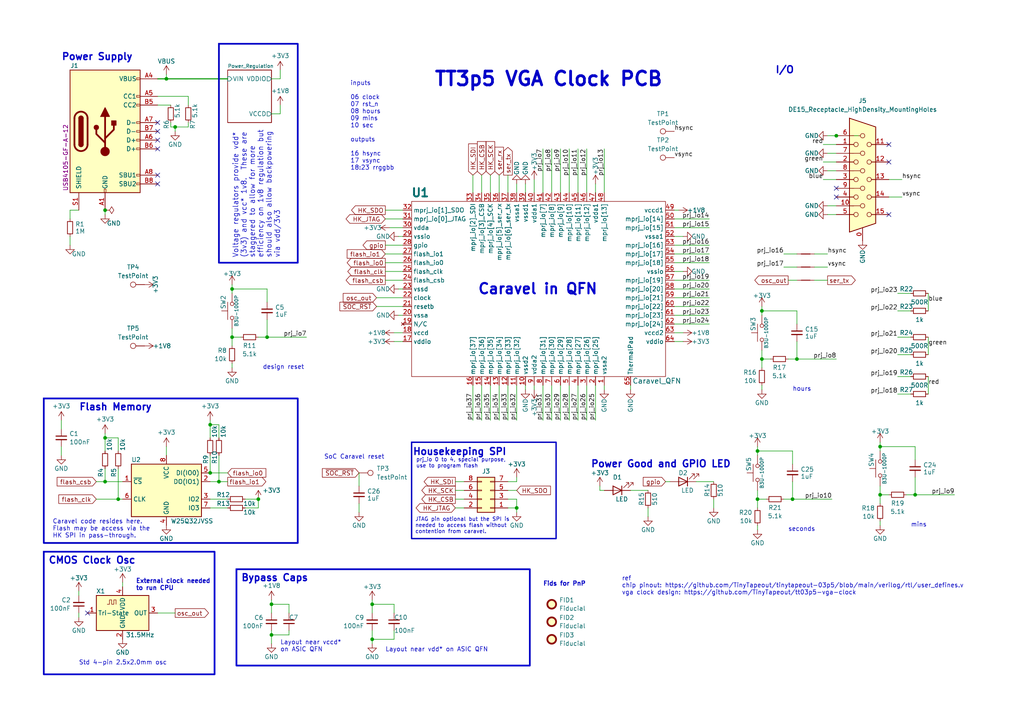
<source format=kicad_sch>
(kicad_sch (version 20230121) (generator eeschema)
  (paper "A4")
  (title_block (title "Caravel Minimum Viable PCB Example") (date "2023-10-27") (rev "1.2") (company "Psychogenic Technologies INC") (comment 1 "(C) 2023 Pat Deegan"))
  (junction (at 74.93 144.78))
  (junction (at 50.8 36.83))
  (junction (at 30.48 60.96))
  (junction (at 219.71 130.81))
  (junction (at 67.31 83.82))
  (junction (at 30.48 139.7))
  (junction (at 220.98 90.17))
  (junction (at 229.87 144.78))
  (junction (at 255.27 129.54))
  (junction (at 220.98 104.14))
  (junction (at 48.26 22.86))
  (junction (at 60.96 137.16))
  (junction (at 107.95 175.26))
  (junction (at 78.74 175.26))
  (junction (at 242.57 39.37))
  (junction (at 34.29 144.78))
  (junction (at 231.14 104.14))
  (junction (at 60.96 123.19))
  (junction (at 77.47 97.79))
  (junction (at 149.86 147.32))
  (junction (at 67.31 97.79))
  (junction (at 107.95 185.42))
  (junction (at 255.27 143.51))
  (junction (at 30.48 127))
  (junction (at 219.71 144.78))
  (junction (at 78.74 184.15))
  (junction (at 63.5 139.7))
  (junction (at 265.43 143.51))
  (no_connect (at 257.81 62.23))
  (no_connect (at 45.72 50.8))
  (no_connect (at 45.72 40.64))
  (no_connect (at 45.72 43.18))
  (no_connect (at 25.4 177.8))
  (no_connect (at 45.72 53.34))
  (no_connect (at 257.81 41.91))
  (no_connect (at 45.72 35.56))
  (no_connect (at 257.81 46.99))
  (no_connect (at 242.57 54.61))
  (no_connect (at 45.72 38.1))
  (no_connect (at 242.57 57.15))
  (wire (pts (xy 195.58 63.5) (xy 205.74 63.5)))
  (wire (pts (xy 195.58 81.28) (xy 205.74 81.28)))
  (wire (pts (xy 219.71 130.81) (xy 219.71 132.08)))
  (wire (pts (xy 260.35 90.17) (xy 264.16 90.17)))
  (wire (pts (xy 220.98 104.14) (xy 220.98 106.68)))
  (wire (pts (xy 220.98 104.14) (xy 223.52 104.14)))
  (wire (pts (xy 17.78 121.92) (xy 17.78 124.46)))
  (wire (pts (xy 160.02 111.76) (xy 160.02 121.92)))
  (wire (pts (xy 67.31 82.55) (xy 67.31 83.82)))
  (wire (pts (xy 162.56 43.18) (xy 162.56 55.88)))
  (wire (pts (xy 22.86 177.8) (xy 22.86 179.07)))
  (wire (pts (xy 167.64 111.76) (xy 167.64 121.92)))
  (wire (pts (xy 227.33 77.47) (xy 231.14 77.47)))
  (wire (pts (xy 260.35 109.22) (xy 264.16 109.22)))
  (wire (pts (xy 116.84 83.82) (xy 115.57 83.82)))
  (wire (pts (xy 182.88 113.03) (xy 182.88 111.76)))
  (wire (pts (xy 231.14 90.17) (xy 231.14 93.98)))
  (wire (pts (xy 219.71 152.4) (xy 219.71 153.67)))
  (wire (pts (xy 144.78 55.88) (xy 144.78 50.8)))
  (wire (pts (xy 240.03 62.23) (xy 242.57 62.23)))
  (wire (pts (xy 149.86 111.76) (xy 149.86 121.92)))
  (wire (pts (xy 83.82 182.88) (xy 83.82 184.15)))
  (wire (pts (xy 238.76 41.91) (xy 242.57 41.91)))
  (wire (pts (xy 255.27 129.54) (xy 255.27 130.81)))
  (wire (pts (xy 196.85 60.96) (xy 195.58 60.96)))
  (wire (pts (xy 227.33 144.78) (xy 229.87 144.78)))
  (wire (pts (xy 142.24 111.76) (xy 142.24 121.92)))
  (wire (pts (xy 255.27 128.27) (xy 255.27 129.54)))
  (wire (pts (xy 231.14 99.06) (xy 231.14 104.14)))
  (wire (pts (xy 195.58 83.82) (xy 205.74 83.82)))
  (wire (pts (xy 198.12 68.58) (xy 195.58 68.58)))
  (wire (pts (xy 170.18 43.18) (xy 170.18 55.88)))
  (wire (pts (xy 30.48 139.7) (xy 35.56 139.7)))
  (wire (pts (xy 132.08 139.7) (xy 134.62 139.7)))
  (wire (pts (xy 27.94 144.78) (xy 34.29 144.78)))
  (wire (pts (xy 107.95 182.88) (xy 107.95 185.42)))
  (wire (pts (xy 116.84 66.04) (xy 113.03 66.04)))
  (wire (pts (xy 116.84 88.9) (xy 109.22 88.9)))
  (wire (pts (xy 60.96 132.08) (xy 60.96 137.16)))
  (wire (pts (xy 137.16 55.88) (xy 137.16 50.8)))
  (wire (pts (xy 34.29 144.78) (xy 35.56 144.78)))
  (wire (pts (xy 269.24 85.09) (xy 269.24 90.17)))
  (wire (pts (xy 50.8 36.83) (xy 50.8 38.1)))
  (wire (pts (xy 132.08 144.78) (xy 134.62 144.78)))
  (wire (pts (xy 219.71 142.24) (xy 219.71 144.78)))
  (wire (pts (xy 242.57 39.37) (xy 248.92 39.37)))
  (wire (pts (xy 45.72 27.94) (xy 54.61 27.94)))
  (wire (pts (xy 34.29 130.81) (xy 34.29 127)))
  (wire (pts (xy 182.88 142.24) (xy 187.96 142.24)))
  (wire (pts (xy 45.72 30.48) (xy 49.53 30.48)))
  (wire (pts (xy 220.98 101.6) (xy 220.98 104.14)))
  (wire (pts (xy 229.87 144.78) (xy 241.3 144.78)))
  (wire (pts (xy 74.93 144.78) (xy 74.93 147.32)))
  (wire (pts (xy 67.31 83.82) (xy 77.47 83.82)))
  (wire (pts (xy 157.48 111.76) (xy 157.48 121.92)))
  (wire (pts (xy 195.58 88.9) (xy 205.74 88.9)))
  (wire (pts (xy 240.03 49.53) (xy 242.57 49.53)))
  (wire (pts (xy 77.47 97.79) (xy 88.9 97.79)))
  (wire (pts (xy 107.95 175.26) (xy 107.95 177.8)))
  (wire (pts (xy 114.3 175.26) (xy 114.3 177.8)))
  (wire (pts (xy 149.86 138.43) (xy 149.86 139.7)))
  (wire (pts (xy 265.43 138.43) (xy 265.43 143.51)))
  (wire (pts (xy 238.76 46.99) (xy 242.57 46.99)))
  (wire (pts (xy 132.08 147.32) (xy 134.62 147.32)))
  (wire (pts (xy 231.14 104.14) (xy 242.57 104.14)))
  (wire (pts (xy 30.48 135.89) (xy 30.48 139.7)))
  (wire (pts (xy 149.86 139.7) (xy 147.32 139.7)))
  (wire (pts (xy 116.84 81.28) (xy 111.76 81.28)))
  (wire (pts (xy 195.58 91.44) (xy 205.74 91.44)))
  (wire (pts (xy 265.43 129.54) (xy 265.43 133.35)))
  (wire (pts (xy 45.72 177.8) (xy 50.8 177.8)))
  (wire (pts (xy 114.3 182.88) (xy 114.3 185.42)))
  (wire (pts (xy 147.32 142.24) (xy 149.86 142.24)))
  (wire (pts (xy 116.84 91.44) (xy 115.57 91.44)))
  (wire (pts (xy 22.86 171.45) (xy 22.86 172.72)))
  (wire (pts (xy 22.86 60.96) (xy 20.32 60.96)))
  (wire (pts (xy 152.4 113.03) (xy 152.4 111.76)))
  (wire (pts (xy 116.84 73.66) (xy 111.76 73.66)))
  (wire (pts (xy 60.96 123.19) (xy 63.5 123.19)))
  (wire (pts (xy 142.24 55.88) (xy 142.24 50.8)))
  (wire (pts (xy 30.48 125.73) (xy 30.48 127)))
  (wire (pts (xy 78.74 184.15) (xy 83.82 184.15)))
  (wire (pts (xy 60.96 144.78) (xy 66.04 144.78)))
  (wire (pts (xy 147.32 55.88) (xy 147.32 50.8)))
  (wire (pts (xy 48.26 21.59) (xy 48.26 22.86)))
  (wire (pts (xy 228.6 104.14) (xy 231.14 104.14)))
  (wire (pts (xy 269.24 97.79) (xy 269.24 102.87)))
  (wire (pts (xy 162.56 111.76) (xy 162.56 121.92)))
  (wire (pts (xy 116.84 71.12) (xy 111.76 71.12)))
  (wire (pts (xy 83.82 175.26) (xy 83.82 177.8)))
  (wire (pts (xy 195.58 93.98) (xy 205.74 93.98)))
  (wire (pts (xy 81.28 33.02) (xy 78.74 33.02)))
  (wire (pts (xy 60.96 147.32) (xy 66.04 147.32)))
  (wire (pts (xy 173.99 140.97) (xy 173.99 142.24)))
  (wire (pts (xy 17.78 129.54) (xy 17.78 132.08)))
  (wire (pts (xy 78.74 175.26) (xy 78.74 177.8)))
  (wire (pts (xy 63.5 132.08) (xy 63.5 139.7)))
  (wire (pts (xy 78.74 182.88) (xy 78.74 184.15)))
  (wire (pts (xy 147.32 147.32) (xy 149.86 147.32)))
  (wire (pts (xy 152.4 55.88) (xy 152.4 53.34)))
  (wire (pts (xy 240.03 59.69) (xy 242.57 59.69)))
  (wire (pts (xy 30.48 60.96) (xy 30.48 62.23)))
  (wire (pts (xy 160.02 43.18) (xy 160.02 55.88)))
  (wire (pts (xy 255.27 151.13) (xy 255.27 152.4)))
  (wire (pts (xy 257.81 52.07) (xy 261.62 52.07)))
  (wire (pts (xy 255.27 143.51) (xy 255.27 146.05)))
  (wire (pts (xy 201.93 139.7) (xy 207.01 139.7)))
  (wire (pts (xy 198.12 99.06) (xy 195.58 99.06)))
  (wire (pts (xy 81.28 20.32) (xy 81.28 22.86)))
  (wire (pts (xy 74.93 147.32) (xy 71.12 147.32)))
  (wire (pts (xy 260.35 114.3) (xy 264.16 114.3)))
  (wire (pts (xy 45.72 22.86) (xy 48.26 22.86)) (stroke (width 0.3)))
  (wire (pts (xy 107.95 173.99) (xy 107.95 175.26)))
  (wire (pts (xy 132.08 142.24) (xy 134.62 142.24)))
  (wire (pts (xy 116.84 96.52) (xy 114.3 96.52)))
  (wire (pts (xy 165.1 111.76) (xy 165.1 121.92)))
  (wire (pts (xy 228.6 81.28) (xy 231.14 81.28)))
  (wire (pts (xy 63.5 123.19) (xy 63.5 127)))
  (wire (pts (xy 60.96 123.19) (xy 60.96 127)))
  (wire (pts (xy 81.28 30.48) (xy 81.28 33.02)))
  (wire (pts (xy 173.99 142.24) (xy 175.26 142.24)))
  (wire (pts (xy 60.96 121.92) (xy 60.96 123.19)))
  (wire (pts (xy 20.32 60.96) (xy 20.32 63.5)))
  (wire (pts (xy 195.58 76.2) (xy 205.74 76.2)))
  (wire (pts (xy 67.31 83.82) (xy 67.31 85.09)))
  (wire (pts (xy 147.32 144.78) (xy 149.86 144.78)))
  (wire (pts (xy 257.81 57.15) (xy 261.62 57.15)))
  (wire (pts (xy 50.8 36.83) (xy 54.61 36.83)))
  (wire (pts (xy 30.48 127) (xy 30.48 130.81)))
  (wire (pts (xy 255.27 143.51) (xy 257.81 143.51)))
  (wire (pts (xy 260.35 85.09) (xy 264.16 85.09)))
  (wire (pts (xy 34.29 135.89) (xy 34.29 144.78)))
  (wire (pts (xy 157.48 43.18) (xy 157.48 55.88)))
  (wire (pts (xy 195.58 66.04) (xy 205.74 66.04)))
  (wire (pts (xy 236.22 81.28) (xy 240.03 81.28)))
  (wire (pts (xy 219.71 129.54) (xy 219.71 130.81)))
  (wire (pts (xy 116.84 68.58) (xy 115.57 68.58)))
  (wire (pts (xy 49.53 35.56) (xy 49.53 36.83)))
  (wire (pts (xy 220.98 111.76) (xy 220.98 113.03)))
  (wire (pts (xy 195.58 71.12) (xy 205.74 71.12)))
  (wire (pts (xy 220.98 90.17) (xy 220.98 91.44)))
  (wire (pts (xy 81.28 22.86) (xy 78.74 22.86)))
  (wire (pts (xy 139.7 111.76) (xy 139.7 121.92)))
  (wire (pts (xy 255.27 129.54) (xy 265.43 129.54)))
  (wire (pts (xy 20.32 68.58) (xy 20.32 71.12)))
  (wire (pts (xy 48.26 22.86) (xy 66.04 22.86)) (stroke (width 0.3)))
  (wire (pts (xy 260.35 102.87) (xy 264.16 102.87)))
  (wire (pts (xy 207.01 144.78) (xy 207.01 147.32)))
  (wire (pts (xy 104.14 137.16) (xy 104.14 140.97)))
  (wire (pts (xy 116.84 76.2) (xy 111.76 76.2)))
  (wire (pts (xy 219.71 144.78) (xy 219.71 147.32)))
  (wire (pts (xy 149.86 55.88) (xy 149.86 53.34)))
  (wire (pts (xy 220.98 88.9) (xy 220.98 90.17)))
  (wire (pts (xy 107.95 185.42) (xy 107.95 186.69)))
  (wire (pts (xy 175.26 43.18) (xy 175.26 55.88)))
  (wire (pts (xy 137.16 111.76) (xy 137.16 121.92)))
  (wire (pts (xy 35.56 168.91) (xy 35.56 170.18)))
  (wire (pts (xy 172.72 55.88) (xy 172.72 53.34)))
  (wire (pts (xy 54.61 35.56) (xy 54.61 36.83)))
  (wire (pts (xy 116.84 99.06) (xy 114.3 99.06)))
  (wire (pts (xy 30.48 127) (xy 34.29 127)))
  (wire (pts (xy 236.22 73.66) (xy 240.03 73.66)))
  (wire (pts (xy 195.58 73.66) (xy 205.74 73.66)))
  (wire (pts (xy 48.26 129.54) (xy 48.26 132.08)))
  (wire (pts (xy 238.76 52.07) (xy 242.57 52.07)))
  (wire (pts (xy 149.86 147.32) (xy 149.86 148.59)))
  (wire (pts (xy 229.87 130.81) (xy 229.87 134.62)))
  (wire (pts (xy 154.94 55.88) (xy 154.94 52.07)))
  (wire (pts (xy 195.58 86.36) (xy 205.74 86.36)))
  (wire (pts (xy 78.74 173.99) (xy 78.74 175.26)))
  (wire (pts (xy 67.31 95.25) (xy 67.31 97.79)))
  (wire (pts (xy 198.12 96.52) (xy 195.58 96.52)))
  (wire (pts (xy 262.89 143.51) (xy 265.43 143.51)))
  (wire (pts (xy 114.3 185.42) (xy 107.95 185.42)))
  (wire (pts (xy 63.5 139.7) (xy 66.04 139.7)))
  (wire (pts (xy 77.47 92.71) (xy 77.47 97.79)))
  (wire (pts (xy 198.12 78.74) (xy 195.58 78.74)))
  (wire (pts (xy 220.98 90.17) (xy 231.14 90.17)))
  (wire (pts (xy 240.03 39.37) (xy 242.57 39.37)))
  (wire (pts (xy 54.61 27.94) (xy 54.61 30.48)))
  (wire (pts (xy 116.84 78.74) (xy 111.76 78.74)))
  (wire (pts (xy 74.93 97.79) (xy 77.47 97.79)))
  (wire (pts (xy 50.8 36.83) (xy 49.53 36.83)))
  (wire (pts (xy 67.31 105.41) (xy 67.31 106.68)))
  (wire (pts (xy 187.96 147.32) (xy 187.96 149.86)))
  (wire (pts (xy 116.84 86.36) (xy 109.22 86.36)))
  (wire (pts (xy 60.96 139.7) (xy 63.5 139.7)))
  (wire (pts (xy 260.35 97.79) (xy 264.16 97.79)))
  (wire (pts (xy 170.18 111.76) (xy 170.18 121.92)))
  (wire (pts (xy 154.94 113.03) (xy 154.94 111.76)))
  (wire (pts (xy 116.84 60.96) (xy 111.76 60.96)))
  (wire (pts (xy 175.26 113.03) (xy 175.26 111.76)))
  (wire (pts (xy 219.71 144.78) (xy 222.25 144.78)))
  (wire (pts (xy 104.14 146.05) (xy 104.14 148.59)))
  (wire (pts (xy 107.95 175.26) (xy 114.3 175.26)))
  (wire (pts (xy 265.43 143.51) (xy 276.86 143.51)))
  (wire (pts (xy 67.31 97.79) (xy 69.85 97.79)))
  (wire (pts (xy 193.04 139.7) (xy 194.31 139.7)))
  (wire (pts (xy 269.24 109.22) (xy 269.24 114.3)))
  (wire (pts (xy 139.7 55.88) (xy 139.7 50.8)))
  (wire (pts (xy 67.31 97.79) (xy 67.31 100.33)))
  (wire (pts (xy 167.64 43.18) (xy 167.64 55.88)))
  (wire (pts (xy 255.27 140.97) (xy 255.27 143.51)))
  (wire (pts (xy 172.72 111.76) (xy 172.72 121.92)))
  (wire (pts (xy 149.86 144.78) (xy 149.86 147.32)))
  (wire (pts (xy 60.96 137.16) (xy 66.04 137.16)))
  (wire (pts (xy 147.32 111.76) (xy 147.32 121.92)))
  (wire (pts (xy 144.78 111.76) (xy 144.78 121.92)))
  (wire (pts (xy 71.12 144.78) (xy 74.93 144.78)))
  (wire (pts (xy 165.1 43.18) (xy 165.1 55.88)))
  (wire (pts (xy 227.33 73.66) (xy 231.14 73.66)))
  (wire (pts (xy 240.03 44.45) (xy 242.57 44.45)))
  (wire (pts (xy 116.84 63.5) (xy 111.76 63.5)))
  (wire (pts (xy 78.74 175.26) (xy 83.82 175.26)))
  (wire (pts (xy 219.71 130.81) (xy 229.87 130.81)))
  (wire (pts (xy 229.87 139.7) (xy 229.87 144.78)))
  (wire (pts (xy 78.74 184.15) (xy 78.74 186.69)))
  (wire (pts (xy 236.22 77.47) (xy 240.03 77.47)))
  (wire (pts (xy 77.47 83.82) (xy 77.47 87.63)))
  (wire (pts (xy 27.94 139.7) (xy 30.48 139.7)))
  (rectangle (start 63.5 12.7) (end 86.36 76.2) (stroke (width 0.5)))
  (rectangle (start 12.7 115.57) (end 86.36 157.48) (stroke (width 0.5)))
  (rectangle (start 68.58 165.1) (end 153.67 193.04) (stroke (width 0.5)))
  (rectangle (start 12.7 160.02) (end 62.23 195.58) (stroke (width 0.5)))
  (rectangle (start 119.38 128.27) (end 161.29 156.21) (stroke (width 0.4)))
  (text "ref \nchip pinout: https://github.com/TinyTapeout/tinytapeout-03p5/blob/main/verilog/rtl/user_defines.v\nvga clock design: https://github.com/TinyTapeout/tt03p5-vga-clock" (at 180.34 172.72 0) (effects (font (size 1.27 1.27)) (justify left bottom)))
  (text "Caravel in QFN" (at 138.43 85.725 0) (effects (font (size 3 3) bold) (justify left bottom)))
  (text "CMOS Clock Osc" (at 13.97 163.83 0) (effects (font (size 2 2) (thickness 0.4) bold) (justify left bottom)))
  (text "Voltage regulators provide vdd* \n(3v3) and vcc* 1v8.  These are \nstaggered to allow for more \nefficiency on 1v8 regulation but \nshould also allow backpowering \nvia vdd/3v3" (at 81.28 74.93 90) (effects (font (size 1.5 1.5)) (justify left bottom)))
  (text "design reset" (at 76.2 107.315 0) (effects (font (size 1.27 1.27)) (justify left bottom)))
  (text "Power Supply" (at 17.78 17.78 0) (effects (font (size 2 2) (thickness 0.4) bold) (justify left bottom)))
  (text "hours" (at 229.87 113.665 0) (effects (font (size 1.27 1.27)) (justify left bottom)))
  (text "Fids for PnP" (at 157.48 170.18 0) (effects (font (size 1.27 1.27) bold) (justify left bottom)))
  (text "inputs\n\n06 clock \n07 rst_n\n08 hours\n09 mins\n10 sec\n\noutputs\n\n16 hsync\n17 vsync\n18:23 rrggbb\n" (at 101.6 49.53 0) (effects (font (size 1.27 1.27)) (justify left bottom)))
  (text "Layout near vdd* on ASIC QFN" (at 111.76 189.23 0) (effects (font (size 1.27 1.27)) (justify left bottom)))
  (text "I/O" (at 224.79 21.59 0) (effects (font (size 2 2) (thickness 0.4) bold) (justify left bottom)))
  (text "JTAG pin optional but the SPI is\nneeded to access flash without \ncontention from caravel." (at 120.396 154.94 0) (effects (font (size 1.1 1.1)) (justify left bottom)))
  (text "SoC Caravel reset" (at 93.98 133.35 0) (effects (font (size 1.27 1.27)) (justify left bottom)))
  (text "Power Good and GPIO LED" (at 212.09 135.89 0) (effects (font (size 2 2) (thickness 0.4) bold) (justify right bottom)))
  (text "prj_io 0 to 4, special purpose,\nuse to program flash" (at 120.65 135.89 0) (effects (font (size 1.1 1.1)) (justify left bottom)))
  (text "Caravel code resides here.  \nFlash may be access via the \nHK SPI in pass-through." (at 15.24 156.21 0) (effects (font (size 1.27 1.27)) (justify left bottom)))
  (text "Bypass Caps" (at 69.85 168.91 0) (effects (font (size 2 2) (thickness 0.4) bold) (justify left bottom)))
  (text "External clock needed\nto run CPU" (at 39.37 171.45 0) (effects (font (size 1.27 1.27) bold) (justify left bottom)))
  (text "Flash Memory" (at 22.86 119.38 0) (effects (font (size 2 2) (thickness 0.4) bold) (justify left bottom)))
  (text "mins" (at 264.16 153.035 0) (effects (font (size 1.27 1.27)) (justify left bottom)))
  (text "Std 4-pin 2.5x2.0mm osc" (at 22.86 193.04 0) (effects (font (size 1.27 1.27)) (justify left bottom)))
  (text "Housekeeping SPI" (at 119.634 132.334 0) (effects (font (size 2 2) (thickness 0.4) bold) (justify left bottom)))
  (text "seconds" (at 228.6 154.305 0) (effects (font (size 1.27 1.27)) (justify left bottom)))
  (text "Layout near vccd*\non ASIC QFN" (at 81.28 189.23 0) (effects (font (size 1.27 1.27)) (justify left bottom)))
  (text "TT3p5 VGA Clock PCB" (at 125.73 25.4 0) (effects (font (size 4 4) (thickness 0.8) bold) (justify left bottom)))
  (label "prj_io35" (at 142.24 121.92 90))
  (label "prj_io23" (at 205.74 91.44 180))
  (label "prj_io32" (at 149.86 121.92 90))
  (label "prj_io11" (at 167.64 43.18 270))
  (label "prj_io7" (at 157.48 43.18 270))
  (label "prj_io27" (at 167.64 121.92 90))
  (label "prj_io21" (at 260.35 97.79 180))
  (label "prj_io18" (at 260.35 114.3 180))
  (label "green" (at 269.24 100.33 0))
  (label "prj_io26" (at 170.18 121.92 90))
  (label "prj_io30" (at 160.02 121.92 90))
  (label "prj_io24" (at 205.74 93.98 180))
  (label "prj_io10" (at 165.1 43.18 270))
  (label "prj_io20" (at 260.35 102.87 180))
  (label "prj_io16" (at 227.33 73.66 180))
  (label "prj_io22" (at 260.35 90.17 180))
  (label "red" (at 269.24 111.76 0))
  (label "prj_io7" (at 88.9 97.79 180))
  (label "prj_io19" (at 260.35 109.22 180))
  (label "prj_io8" (at 160.02 43.18 270))
  (label "green" (at 238.76 46.99 180))
  (label "prj_io23" (at 260.35 85.09 180))
  (label "prj_io8" (at 242.57 104.14 180))
  (label "prj_io10" (at 241.3 144.78 180))
  (label "prj_io28" (at 165.1 121.92 90))
  (label "prj_io29" (at 162.56 121.92 90))
  (label "hsync" (at 195.58 38.1 0))
  (label "prj_io9" (at 162.56 43.18 270))
  (label "blue" (at 269.24 87.63 0))
  (label "red" (at 238.76 41.91 180))
  (label "prj_io33" (at 147.32 121.92 90))
  (label "prj_io15" (at 205.74 66.04 180))
  (label "prj_io17" (at 205.74 73.66 180))
  (label "hsync" (at 261.62 52.07 0))
  (label "prj_io17" (at 227.33 77.47 180))
  (label "hsync" (at 240.03 73.66 0))
  (label "prj_io9" (at 276.86 143.51 180))
  (label "prj_io34" (at 144.78 121.92 90))
  (label "prj_io21" (at 205.74 86.36 180))
  (label "prj_io36" (at 139.7 121.92 90))
  (label "prj_io16" (at 205.74 71.12 180))
  (label "prj_io37" (at 137.16 121.92 90))
  (label "prj_io19" (at 205.74 81.28 180))
  (label "prj_io31" (at 157.48 121.92 90))
  (label "blue" (at 238.76 52.07 180))
  (label "vsync" (at 195.58 45.72 0))
  (label "prj_io14" (at 205.74 63.5 180))
  (label "vsync" (at 240.03 77.47 0))
  (label "prj_io12" (at 170.18 43.18 270))
  (label "vsync" (at 261.62 57.15 0))
  (label "prj_io13" (at 175.26 43.18 270))
  (label "prj_io20" (at 205.74 83.82 180))
  (label "prj_io22" (at 205.74 88.9 180))
  (label "prj_io25" (at 172.72 121.92 90))
  (label "prj_io18" (at 205.74 76.2 180))
  (global_label "HK_SCK" (shape input) (at 142.24 50.8 90) (property "Intersheetrefs" "${INTERSHEET_REFS}" (effects hide)))
  (global_label "flash_io1" (shape output) (at 66.04 139.7 0) (property "Intersheetrefs" "${INTERSHEET_REFS}" (effects hide)))
  (global_label "ser_tx" (shape output) (at 147.32 50.8 90) (property "Intersheetrefs" "${INTERSHEET_REFS}" (effects hide)))
  (global_label "HK_SCK" (shape output) (at 132.08 142.24 180) (property "Intersheetrefs" "${INTERSHEET_REFS}" (effects hide)))
  (global_label "HK_JTAG" (shape bidirectional) (at 132.08 147.32 180) (property "Intersheetrefs" "${INTERSHEET_REFS}" (effects hide)))
  (global_label "HK_SDI" (shape input) (at 137.16 50.8 90) (property "Intersheetrefs" "${INTERSHEET_REFS}" (effects hide)))
  (global_label "ser_tx" (shape output) (at 240.03 81.28 0) (property "Intersheetrefs" "${INTERSHEET_REFS}" (effects hide)))
  (global_label "osc_out" (shape output) (at 50.8 177.8 0) (property "Intersheetrefs" "${INTERSHEET_REFS}" (effects hide)))
  (global_label "flash_io1" (shape input) (at 111.76 73.66 180) (property "Intersheetrefs" "${INTERSHEET_REFS}" (effects hide)))
  (global_label "osc_out" (shape input) (at 109.22 86.36 180) (property "Intersheetrefs" "${INTERSHEET_REFS}" (effects hide)))
  (global_label "flash_clk" (shape output) (at 111.76 78.74 180) (property "Intersheetrefs" "${INTERSHEET_REFS}" (effects hide)))
  (global_label "flash_clk" (shape input) (at 27.94 144.78 180) (property "Intersheetrefs" "${INTERSHEET_REFS}" (effects hide)))
  (global_label "ser_rx" (shape input) (at 144.78 50.8 90) (property "Intersheetrefs" "${INTERSHEET_REFS}" (effects hide)))
  (global_label "~{SOC_RST}" (shape input) (at 104.14 137.16 180) (property "Intersheetrefs" "${INTERSHEET_REFS}" (effects hide)))
  (global_label "flash_io0" (shape input) (at 66.04 137.16 0) (property "Intersheetrefs" "${INTERSHEET_REFS}" (effects hide)))
  (global_label "HK_SDO" (shape input) (at 149.86 142.24 0) (property "Intersheetrefs" "${INTERSHEET_REFS}" (effects hide)))
  (global_label "flash_csb" (shape input) (at 27.94 139.7 180) (property "Intersheetrefs" "${INTERSHEET_REFS}" (effects hide)))
  (global_label "~{SOC_RST}" (shape input) (at 109.22 88.9 180) (property "Intersheetrefs" "${INTERSHEET_REFS}" (effects hide)))
  (global_label "gpio" (shape output) (at 111.76 71.12 180) (property "Intersheetrefs" "${INTERSHEET_REFS}" (effects hide)))
  (global_label "gpio" (shape input) (at 193.04 139.7 180) (property "Intersheetrefs" "${INTERSHEET_REFS}" (effects hide)))
  (global_label "flash_io0" (shape output) (at 111.76 76.2 180) (property "Intersheetrefs" "${INTERSHEET_REFS}" (effects hide)))
  (global_label "HK_CSB" (shape input) (at 139.7 50.8 90) (property "Intersheetrefs" "${INTERSHEET_REFS}" (effects hide)))
  (global_label "HK_SDI" (shape output) (at 132.08 139.7 180) (property "Intersheetrefs" "${INTERSHEET_REFS}" (effects hide)))
  (global_label "HK_CSB" (shape output) (at 132.08 144.78 180) (property "Intersheetrefs" "${INTERSHEET_REFS}" (effects hide)))
  (global_label "osc_out" (shape output) (at 228.6 81.28 180) (property "Intersheetrefs" "${INTERSHEET_REFS}" (effects hide)))
  (global_label "HK_JTAG" (shape bidirectional) (at 111.76 63.5 180) (property "Intersheetrefs" "${INTERSHEET_REFS}" (effects hide)))
  (global_label "flash_csb" (shape output) (at 111.76 81.28 180) (property "Intersheetrefs" "${INTERSHEET_REFS}" (effects hide)))
  (global_label "HK_SDO" (shape output) (at 111.76 60.96 180) (property "Intersheetrefs" "${INTERSHEET_REFS}" (effects hide)))
  (symbol (lib_id "Device:R_Small") (at 30.48 133.35 0) (mirror y) (unit 1)
    (property "Reference" "R4" (at 29.21 138.43 90) (effects (justify left)))
    (property "Value" "10k" (at 31.75 130.81 90) (effects (justify left)))
    (property "Footprint" "Resistor_SMD:R_0603_1608Metric" (effects hide))
  )
  (symbol (lib_id "Switch:SW_Push") (at 67.31 90.17 90) (unit 1)
    (property "Reference" "SW2" (at 64.77 87.63 0))
    (property "Value" "B3U-1000P" (at 68.58 90.17 0) (effects (font (size 1 1))))
    (property "Footprint" "Button_Switch_SMD:SW_SPST_B3U-1000P" (effects hide))
    (property "MPN" "B3U-1000P" (effects hide))
  )
  (symbol (lib_id "power:+3V3") (at 30.48 125.73 0) (unit 1)
    (property "Reference" "#PWR06" (effects hide))
    (property "Value" "+3V3" (at 30.48 121.5969 0))
  )
  (symbol (lib_id "Device:R_Small") (at 60.96 129.54 0) (mirror y) (unit 1)
    (property "Reference" "R9" (at 59.69 134.62 90) (effects (justify left)))
    (property "Value" "10k" (at 62.23 127 90) (effects (justify left)))
    (property "Footprint" "Resistor_SMD:R_0603_1608Metric" (effects hide))
  )
  (symbol (lib_id "power:GND") (at 220.98 113.03 0) (mirror y) (unit 1)
    (property "Reference" "#PWR052" (effects hide))
    (property "Value" "GND" (at 220.98 116.84 0))
  )
  (symbol (lib_name "GND_1") (lib_id "power:GND") (at 115.57 83.82 270) (mirror x) (unit 1)
    (property "Reference" "#PWR032" (effects hide))
    (property "Value" "GND" (at 111.125 83.82 90))
  )
  (symbol (lib_id "Device:C_Small") (at 265.43 135.89 0) (unit 1)
    (property "Reference" "C24" (at 267.7541 134.8723 0) (effects (justify left)))
    (property "Value" "1uF" (at 267.7541 136.9203 0) (effects (justify left)))
    (property "Footprint" "Capacitor_SMD:C_0603_1608Metric" (effects hide))
  )
  (symbol (lib_id "power:+3V3") (at 74.93 144.78 0) (unit 1)
    (property "Reference" "#PWR022" (effects hide))
    (property "Value" "+3V3" (at 78.74 142.24 0))
  )
  (symbol (lib_id "Switch:SW_Push") (at 219.71 137.16 90) (unit 1)
    (property "Reference" "SW5" (at 217.17 134.62 0))
    (property "Value" "B3U-1000P" (at 220.98 137.16 0) (effects (font (size 1 1))))
    (property "Footprint" "Button_Switch_SMD:SW_SPST_B3U-1000P" (effects hide))
    (property "MPN" "B3U-1000P" (effects hide))
  )
  (symbol (lib_id "Device:R_Small") (at 266.7 97.79 90) (unit 1)
    (property "Reference" "R24" (at 262.89 96.52 90))
    (property "Value" "500R" (at 266.7 100.33 90))
    (property "Footprint" "Resistor_SMD:R_0603_1608Metric" (effects hide))
  )
  (symbol (lib_id "power:+3V3") (at 22.86 171.45 0) (unit 1)
    (property "Reference" "#PWR014" (effects hide))
    (property "Value" "+3V3" (at 22.86 167.64 0))
  )
  (symbol (lib_id "power:GND") (at 17.78 132.08 0) (mirror y) (unit 1)
    (property "Reference" "#PWR02" (effects hide))
    (property "Value" "GND" (at 17.78 135.89 0))
  )
  (symbol (lib_id "power:+1V8") (at 81.28 30.48 0) (unit 1)
    (property "Reference" "#PWR026" (effects hide))
    (property "Value" "+1V8" (at 81.28 26.3469 0))
  )
  (symbol (lib_id "power:+3V3") (at 17.78 121.92 0) (unit 1)
    (property "Reference" "#PWR01" (effects hide))
    (property "Value" "+3V3" (at 17.78 117.7869 0))
  )
  (symbol (lib_id "power:+3V3") (at 173.99 140.97 0) (unit 1)
    (property "Reference" "#PWR081" (effects hide))
    (property "Value" "+3V3" (at 173.99 137.16 0))
  )
  (symbol (lib_id "power:GND") (at 67.31 106.68 0) (mirror y) (unit 1)
    (property "Reference" "#PWR020" (effects hide))
    (property "Value" "GND" (at 67.31 110.49 0))
  )
  (symbol (lib_id "Device:C_Small") (at 83.82 180.34 180) (unit 1)
    (property "Reference" "C7" (at 83.82 179.07 0) (effects (justify right)))
    (property "Value" "100nF" (effects hide))
    (property "Footprint" "Capacitor_SMD:C_0603_1608Metric" (effects hide))
  )
  (symbol (lib_id "power:GND") (at 104.14 148.59 0) (mirror y) (unit 1)
    (property "Reference" "#PWR059" (effects hide))
    (property "Value" "GND" (at 104.14 152.4 0))
  )
  (symbol (lib_name "GND_1") (lib_id "power:GND") (at 240.03 59.69 270) (mirror x) (unit 1)
    (property "Reference" "#PWR061" (effects hide))
    (property "Value" "GND" (at 237.49 59.69 90) (effects (justify right)))
  )
  (symbol (lib_id "power:+3V3") (at 149.86 138.43 0) (unit 1)
    (property "Reference" "#PWR043" (effects hide))
    (property "Value" "+3V3" (at 149.86 134.62 0))
  )
  (symbol (lib_id "power:GND") (at 22.86 179.07 0) (mirror y) (unit 1)
    (property "Reference" "#PWR07" (effects hide))
    (property "Value" "GND" (at 22.86 182.88 0))
  )
  (symbol (lib_id "power:GND") (at 20.32 71.12 0) (unit 1)
    (property "Reference" "#PWR03" (effects hide))
    (property "Value" "GND" (at 22.86 73.66 0))
  )
  (symbol (lib_id "Device:R_Small") (at 54.61 33.02 0) (unit 1)
    (property "Reference" "R7" (at 55.88 37.465 90) (effects (justify left)))
    (property "Value" "5.1k" (at 56.515 34.29 90) (effects (justify left)))
    (property "Footprint" "Resistor_SMD:R_0603_1608Metric" (effects hide))
  )
  (symbol (lib_name "GND_1") (lib_id "power:GND") (at 198.12 68.58 90) (mirror x) (unit 1)
    (property "Reference" "#PWR047" (effects hide))
    (property "Value" "GND" (at 202.565 68.58 90))
  )
  (symbol (lib_name "GND_1") (lib_id "power:GND") (at 250.19 69.85 0) (mirror y) (unit 1)
    (property "Reference" "#PWR04" (effects hide))
    (property "Value" "GND" (at 250.19 72.39 90) (effects (justify right)))
  )
  (symbol (lib_id "Device:R_Small") (at 224.79 144.78 90) (unit 1)
    (property "Reference" "R21" (at 224.79 147.2367 90))
    (property "Value" "5.1k" (at 224.79 149.6609 90))
    (property "Footprint" "Resistor_SMD:R_0603_1608Metric" (effects hide))
  )
  (symbol (lib_id "power:+3V3") (at 154.94 52.07 0) (mirror y) (unit 1)
    (property "Reference" "#PWR039" (effects hide))
    (property "Value" "+3V3" (at 154.94 49.53 90) (effects (justify left)))
  )
  (symbol (lib_id "Device:R_Small") (at 187.96 144.78 0) (mirror y) (unit 1)
    (property "Reference" "R15" (at 186.055 146.685 90) (effects (justify left)))
    (property "Value" "510" (at 189.865 146.685 90) (effects (justify left)))
    (property "Footprint" "Resistor_SMD:R_0603_1608Metric" (effects hide))
    (property "MPN" "RC0603FR-07510RL" (effects hide))
  )
  (symbol (lib_id "Connector:TestPoint") (at 41.91 82.55 90) (unit 1)
    (property "Reference" "TP4" (at 38.608 77.47 90))
    (property "Value" "TestPoint" (at 38.608 80.01 90))
    (property "Footprint" "TestPoint:TestPoint_Pad_1.0x1.0mm" (effects hide))
  )
  (symbol (lib_id "power:+3V3") (at 35.56 168.91 0) (unit 1)
    (property "Reference" "#PWR021" (effects hide))
    (property "Value" "+3V3" (at 35.56 165.1 0))
  )
  (symbol (lib_id "Device:R_Small") (at 226.06 104.14 90) (unit 1)
    (property "Reference" "R17" (at 226.06 106.5967 90))
    (property "Value" "5.1k" (at 226.06 109.0209 90))
    (property "Footprint" "Resistor_SMD:R_0603_1608Metric" (effects hide))
  )
  (symbol (lib_id "Device:R_Small") (at 266.7 114.3 90) (unit 1)
    (property "Reference" "R27" (at 262.89 113.03 90))
    (property "Value" "1k" (at 266.7 116.84 90))
    (property "Footprint" "Resistor_SMD:R_0603_1608Metric" (effects hide))
  )
  (symbol (lib_id "Device:R_Small") (at 63.5 129.54 0) (mirror y) (unit 1)
    (property "Reference" "R10" (at 62.23 134.62 90) (effects (justify left)))
    (property "Value" "10k" (at 64.77 127 90) (effects (justify left)))
    (property "Footprint" "Resistor_SMD:R_0603_1608Metric" (effects hide))
  )
  (symbol (lib_id "Device:R_Small") (at 255.27 148.59 0) (mirror y) (unit 1)
    (property "Reference" "R18" (at 253.7714 147.3779 0) (effects (justify left)))
    (property "Value" "10k" (at 253.7714 149.8021 0) (effects (justify left)))
    (property "Footprint" "Resistor_SMD:R_0603_1608Metric" (effects hide))
  )
  (symbol (lib_name "GND_1") (lib_id "power:GND") (at 115.57 91.44 270) (mirror x) (unit 1)
    (property "Reference" "#PWR033" (effects hide))
    (property "Value" "GND" (at 111.125 91.44 90))
  )
  (symbol (lib_id "power:+1V8") (at 41.91 100.33 270) (mirror x) (unit 1)
    (property "Reference" "#PWR010" (effects hide))
    (property "Value" "+1V8" (at 46.99 100.33 90))
  )
  (symbol (lib_id "power:GND") (at 35.56 185.42 0) (mirror y) (unit 1)
    (property "Reference" "#PWR012" (effects hide))
    (property "Value" "GND" (at 35.56 189.23 0))
  )
  (symbol (lib_id "Mechanical:Fiducial") (at 160.02 180.34 0) (unit 1) (in_bom no)
    (property "Reference" "FID2" (at 162.179 179.1279 0) (effects (justify left)))
    (property "Value" "Fiducial" (at 162.179 181.5521 0) (effects (justify left)))
    (property "Footprint" "Fiducial:Fiducial_1mm_Mask2mm" (effects hide))
  )
  (symbol (lib_id "Mechanical:Fiducial") (at 160.02 185.42 0) (unit 1) (in_bom no)
    (property "Reference" "FID3" (at 162.179 184.2079 0) (effects (justify left)))
    (property "Value" "Fiducial" (at 162.179 186.6321 0) (effects (justify left)))
    (property "Footprint" "Fiducial:Fiducial_1mm_Mask2mm" (effects hide))
  )
  (symbol (lib_name "GND_1") (lib_id "power:GND") (at 107.95 186.69 0) (unit 1)
    (property "Reference" "#PWR028" (effects hide))
    (property "Value" "GND" (at 107.95 190.5 0))
  )
  (symbol (lib_name "GND_1") (lib_id "power:GND") (at 182.88 113.03 0) (mirror y) (unit 1)
    (property "Reference" "#PWR045" (effects hide))
    (property "Value" "GND" (at 182.88 115.57 90) (effects (justify right)))
  )
  (symbol (lib_id "Device:NetTie_2") (at 233.68 77.47 0) (unit 1) (in_bom no)
    (property "Reference" "NT2" (effects hide))
    (property "Value" "NetTie_2" (effects hide))
    (property "Footprint" "NetTie:NetTie-2_SMD_Pad0.5mm" (effects hide))
  )
  (symbol (lib_id "power:GND") (at 50.8 38.1 0) (unit 1)
    (property "Reference" "#PWR016" (effects hide))
    (property "Value" "GND" (at 50.8 41.91 0))
  )
  (symbol (lib_name "GND_1") (lib_id "power:GND") (at 152.4 113.03 0) (mirror y) (unit 1)
    (property "Reference" "#PWR038" (effects hide))
    (property "Value" "GND" (at 152.4 115.57 90) (effects (justify right)))
  )
  (symbol (lib_id "power:+3V3") (at 172.72 53.34 0) (mirror y) (unit 1)
    (property "Reference" "#PWR041" (effects hide))
    (property "Value" "+3V3" (at 172.72 50.8 90) (effects (justify left)))
  )
  (symbol (lib_name "GND_1") (lib_id "power:GND") (at 240.03 44.45 270) (mirror x) (unit 1)
    (property "Reference" "#PWR054" (effects hide))
    (property "Value" "GND" (at 237.49 44.45 90) (effects (justify right)))
  )
  (symbol (lib_name "GND_1") (lib_id "power:GND") (at 240.03 62.23 270) (mirror x) (unit 1)
    (property "Reference" "#PWR062" (effects hide))
    (property "Value" "GND" (at 237.49 62.23 90) (effects (justify right)))
  )
  (symbol (lib_id "Device:C_Small") (at 231.14 96.52 0) (unit 1)
    (property "Reference" "C15" (at 233.4641 95.5023 0) (effects (justify left)))
    (property "Value" "1uF" (at 233.4641 97.5503 0) (effects (justify left)))
    (property "Footprint" "Capacitor_SMD:C_0603_1608Metric" (effects hide))
  )
  (symbol (lib_id "Device:C_Small") (at 77.47 90.17 0) (unit 1)
    (property "Reference" "C5" (at 79.7941 89.1523 0) (effects (justify left)))
    (property "Value" "1uF" (at 79.7941 91.2003 0) (effects (justify left)))
    (property "Footprint" "Capacitor_SMD:C_0603_1608Metric" (effects hide))
  )
  (symbol (lib_name "GND_1") (lib_id "power:GND") (at 78.74 186.69 0) (unit 1)
    (property "Reference" "#PWR024" (effects hide))
    (property "Value" "GND" (at 78.74 190.5 0))
  )
  (symbol (lib_id "power:+3V3") (at 114.3 99.06 90) (mirror x) (unit 1)
    (property "Reference" "#PWR034" (effects hide))
    (property "Value" "+3V3" (at 109.22 99.06 90))
  )
  (symbol (lib_id "Device:C_Small") (at 22.86 175.26 180) (unit 1)
    (property "Reference" "C2" (at 20.536 174.0415 0) (effects (justify left)))
    (property "Value" "100nF" (at 20.536 176.4657 0) (effects (justify left)))
    (property "Footprint" "Capacitor_SMD:C_0603_1608Metric" (effects hide))
  )
  (symbol (lib_id "power:GND") (at 187.96 149.86 0) (mirror y) (unit 1)
    (property "Reference" "#PWR080" (effects hide))
    (property "Value" "GND" (at 187.96 153.67 0))
  )
  (symbol (lib_id "power:+1V8") (at 198.12 96.52 270) (mirror x) (unit 1)
    (property "Reference" "#PWR049" (effects hide))
    (property "Value" "+1V8" (at 203.2 96.52 90))
  )
  (symbol (lib_id "Memory_Flash:W25Q32JVSS") (at 48.26 142.24 0) (unit 1)
    (property "Reference" "U2" (at 38.1 133.35 0) (effects (justify left)))
    (property "Value" "W25Q32JVSS" (at 49.53 151.13 0) (effects (justify left)))
    (property "Footprint" "Package_SO:SOIC-8_5.23x5.23mm_P1.27mm" (effects hide))
    (property "Datasheet" "http://www.winbond.com/resource-files/w25q32jv%20revg%2003272018%20plus.pdf" (effects hide))
    (property "MPN" "W25Q32JVSSIQ" (effects hide))
  )
  (symbol (lib_id "power:+3V3") (at 219.71 129.54 0) (unit 1)
    (property "Reference" "#PWR057" (effects hide))
    (property "Value" "+3V3" (at 219.71 126.365 0))
  )
  (symbol (lib_id "Switch:SW_Push") (at 220.98 96.52 90) (unit 1)
    (property "Reference" "SW3" (at 218.44 93.98 0))
    (property "Value" "B3U-1000P" (at 222.25 96.52 0) (effects (font (size 1 1))))
    (property "Footprint" "Button_Switch_SMD:SW_SPST_B3U-1000P" (effects hide))
    (property "MPN" "B3U-1000P" (effects hide))
  )
  (symbol (lib_id "power:GND") (at 30.48 62.23 0) (unit 1)
    (property "Reference" "#PWR08" (effects hide))
    (property "Value" "GND" (at 33.02 64.77 0))
  )
  (symbol (lib_id "Device:R_Small") (at 266.7 90.17 90) (unit 1)
    (property "Reference" "R23" (at 262.89 88.9 90))
    (property "Value" "1k" (at 266.7 92.71 90))
    (property "Footprint" "Resistor_SMD:R_0603_1608Metric" (effects hide))
  )
  (symbol (lib_id "Device:C_Small") (at 107.95 180.34 180) (unit 1)
    (property "Reference" "C9" (at 105.626 179.1215 0) (effects (justify left)))
    (property "Value" "100nF" (at 105.626 181.5457 0) (effects (justify left)))
    (property "Footprint" "Capacitor_SMD:C_0603_1608Metric" (effects hide))
  )
  (symbol (lib_id "power:+3V3") (at 41.91 82.55 270) (unit 1)
    (property "Reference" "#PWR05" (effects hide))
    (property "Value" "+3V3" (at 45.085 82.55 0))
  )
  (symbol (lib_name "GND_1") (lib_id "power:GND") (at 240.03 39.37 270) (mirror x) (unit 1)
    (property "Reference" "#PWR053" (effects hide))
    (property "Value" "GND" (at 237.49 39.37 90) (effects (justify right)))
  )
  (symbol (lib_id "Connector:TestPoint") (at 104.14 137.16 270) (unit 1)
    (property "Reference" "TP3" (at 109.22 135.89 90) (effects (justify left)))
    (property "Value" "TestPoint" (at 109.22 138.43 90) (effects (justify left)))
    (property "Footprint" "TestPoint:TestPoint_Pad_1.0x1.0mm" (effects hide))
  )
  (symbol (lib_id "Device:C_Small") (at 104.14 143.51 0) (unit 1)
    (property "Reference" "C26" (at 106.4641 142.4923 0) (effects (justify left)))
    (property "Value" "1uF" (at 106.4641 144.5403 0) (effects (justify left)))
    (property "Footprint" "Capacitor_SMD:C_0603_1608Metric" (effects hide))
  )
  (symbol (lib_id "TinyTapeout:Caravel_QFN") (at 152.4 82.55 270) (mirror x) (unit 1)
    (property "Reference" "U1" (at 121.92 55.88 90) (effects (font (size 2.4 2.4) bold)))
    (property "Value" "Caravel_QFN" (at 190.5 110.49 90) (effects (font (size 1.5 1.5))))
    (property "Footprint" "Package_DFN_QFN:QFN-64-1EP_9x9mm_P0.5mm_EP7.65x7.65mm" (effects hide))
  )
  (symbol (lib_id "Device:R_Small") (at 67.31 102.87 0) (mirror y) (unit 1)
    (property "Reference" "R8" (at 65.8114 101.6579 0) (effects (justify left)))
    (property "Value" "10k" (at 65.8114 104.0821 0) (effects (justify left)))
    (property "Footprint" "Resistor_SMD:R_0603_1608Metric" (effects hide))
  )
  (symbol (lib_name "GND_1") (lib_id "power:GND") (at 152.4 53.34 0) (mirror x) (unit 1)
    (property "Reference" "#PWR037" (effects hide))
    (property "Value" "GND" (at 152.4 50.8 90) (effects (justify right)))
  )
  (symbol (lib_name "GND_1") (lib_id "power:GND") (at 149.86 53.34 0) (mirror x) (unit 1)
    (property "Reference" "#PWR036" (effects hide))
    (property "Value" "GND" (at 149.86 50.8 90) (effects (justify right)))
  )
  (symbol (lib_id "power:+1V8") (at 196.85 60.96 270) (mirror x) (unit 1)
    (property "Reference" "#PWR046" (effects hide))
    (property "Value" "+1V8" (at 201.93 60.96 90))
  )
  (symbol (lib_id "Device:LED") (at 179.07 142.24 180) (unit 1)
    (property "Reference" "D1" (at 179.07 138.43 0))
    (property "Value" "LED" (at 180.34 144.78 0))
    (property "Footprint" "LED_SMD:LED_0603_1608Metric" (effects hide))
  )
  (symbol (lib_id "power:GND") (at 48.26 152.4 0) (mirror y) (unit 1)
    (property "Reference" "#PWR015" (effects hide))
    (property "Value" "GND" (at 48.26 156.21 0))
  )
  (symbol (lib_id "power:GND") (at 219.71 153.67 0) (mirror y) (unit 1)
    (property "Reference" "#PWR058" (effects hide))
    (property "Value" "GND" (at 219.71 157.48 0))
  )
  (symbol (lib_id "Switch:SW_Push") (at 255.27 135.89 90) (unit 1)
    (property "Reference" "SW4" (at 252.73 133.35 0))
    (property "Value" "B3U-1000P" (at 256.54 135.89 0) (effects (font (size 1 1))))
    (property "Footprint" "Button_Switch_SMD:SW_SPST_B3U-1000P" (effects hide))
    (property "MPN" "B3U-1000P" (effects hide))
  )
  (symbol (lib_id "Connector:TestPoint") (at 41.91 100.33 90) (unit 1)
    (property "Reference" "TP5" (at 38.608 95.25 90))
    (property "Value" "TestPoint" (at 38.608 97.79 90))
    (property "Footprint" "TestPoint:TestPoint_Pad_1.0x1.0mm" (effects hide))
  )
  (symbol (lib_id "Connector:TestPoint") (at 195.58 45.72 90) (unit 1)
    (property "Reference" "TP2" (at 192.278 40.64 90))
    (property "Value" "TestPoint" (at 192.278 43.18 90))
    (property "Footprint" "TestPoint:TestPoint_Pad_1.0x1.0mm" (effects hide))
  )
  (symbol (lib_id "power:GND") (at 207.01 147.32 0) (mirror y) (unit 1)
    (property "Reference" "#PWR035" (effects hide))
    (property "Value" "GND" (at 207.01 151.13 0))
  )
  (symbol (lib_id "Device:R_Small") (at 266.7 85.09 90) (unit 1)
    (property "Reference" "R22" (at 262.89 83.82 90))
    (property "Value" "500R" (at 266.7 87.63 90))
    (property "Footprint" "Resistor_SMD:R_0603_1608Metric" (effects hide))
  )
  (symbol (lib_id "power:+3V3") (at 48.26 129.54 0) (unit 1)
    (property "Reference" "#PWR09" (effects hide))
    (property "Value" "+3V3" (at 48.26 125.4069 0))
  )
  (symbol (lib_id "Device:C_Small") (at 17.78 127 0) (unit 1)
    (property "Reference" "C1" (at 20.1041 125.7942 0) (effects (justify left)))
    (property "Value" "100nF" (at 20.1041 128.2184 0) (effects (justify left)))
    (property "Footprint" "Capacitor_SMD:C_0603_1608Metric" (effects hide))
  )
  (symbol (lib_name "GND_2") (lib_id "power:GND") (at 149.86 148.59 0) (unit 1)
    (property "Reference" "#PWR044" (effects hide))
    (property "Value" "GND" (at 149.86 152.4 0))
  )
  (symbol (lib_name "GND_1") (lib_id "power:GND") (at 240.03 49.53 270) (mirror x) (unit 1)
    (property "Reference" "#PWR060" (effects hide))
    (property "Value" "GND" (at 237.49 49.53 90) (effects (justify right)))
  )
  (symbol (lib_id "Device:R_Small") (at 219.71 149.86 0) (mirror y) (unit 1)
    (property "Reference" "R20" (at 218.2114 148.6479 0) (effects (justify left)))
    (property "Value" "10k" (at 218.2114 151.0721 0) (effects (justify left)))
    (property "Footprint" "Resistor_SMD:R_0603_1608Metric" (effects hide))
  )
  (symbol (lib_id "Device:C_Small") (at 114.3 180.34 0) (unit 1)
    (property "Reference" "C10" (at 114.3 179.07 0) (effects (justify left)))
    (property "Value" "100nF" (at 114.3 182.88 0) (effects (justify left)))
    (property "Footprint" "Capacitor_SMD:C_0603_1608Metric" (effects hide))
  )
  (symbol (lib_id "power:+3V3") (at 113.03 66.04 90) (mirror x) (unit 1)
    (property "Reference" "#PWR029" (effects hide))
    (property "Value" "+3V3" (at 105.41 66.04 90) (effects (justify right)))
  )
  (symbol (lib_id "power:PWR_FLAG") (at 30.48 60.96 270) (unit 1)
    (property "Reference" "#FLG01" (effects hide))
    (property "Value" "PWR_FLAG" (effects hide))
  )
  (symbol (lib_id "Device:R_Small") (at 207.01 142.24 0) (mirror y) (unit 1)
    (property "Reference" "R14" (at 205.105 144.145 90) (effects (justify left)))
    (property "Value" "510" (at 208.915 144.145 90) (effects (justify left)))
    (property "Footprint" "Resistor_SMD:R_0603_1608Metric" (effects hide))
    (property "MPN" "RC0603FR-07510RL" (effects hide))
  )
  (symbol (lib_id "Device:R_Small") (at 49.53 33.02 0) (unit 1)
    (property "Reference" "R6" (at 48.26 37.465 90) (effects (justify left)))
    (property "Value" "5.1k" (at 51.435 34.29 90) (effects (justify left)))
    (property "Footprint" "Resistor_SMD:R_0603_1608Metric" (effects hide))
  )
  (symbol (lib_id "power:+3V3") (at 220.98 88.9 0) (unit 1)
    (property "Reference" "#PWR051" (effects hide))
    (property "Value" "+3V3" (at 220.98 85.725 0))
  )
  (symbol (lib_id "power:+3V3") (at 67.31 82.55 0) (unit 1)
    (property "Reference" "#PWR019" (effects hide))
    (property "Value" "+3V3" (at 67.31 79.375 0))
  )
  (symbol (lib_id "Device:NetTie_2") (at 233.68 81.28 0) (unit 1) (in_bom no)
    (property "Reference" "NT3" (effects hide))
    (property "Value" "NetTie_2" (effects hide))
    (property "Footprint" "NetTie:NetTie-2_SMD_Pad0.5mm" (effects hide))
  )
  (symbol (lib_id "Device:NetTie_2") (at 233.68 73.66 0) (unit 1) (in_bom no)
    (property "Reference" "NT1" (effects hide))
    (property "Value" "NetTie_2" (effects hide))
    (property "Footprint" "NetTie:NetTie-2_SMD_Pad0.5mm" (effects hide))
  )
  (symbol (lib_id "Connector_Generic:Conn_02x04_Odd_Even") (at 142.24 144.78 180) (unit 1)
    (property "Reference" "J3" (at 140.97 136.7099 0))
    (property "Value" "Conn_02x04_Odd_Even" (effects hide))
    (property "Footprint" "Connector_PinHeader_2.54mm:PinHeader_2x04_P2.54mm_Vertical" (effects hide))
  )
  (symbol (lib_id "Connector:DE15_Receptacle_HighDensity_MountingHoles") (at 250.19 52.07 0) (unit 1)
    (property "Reference" "J5" (at 250.19 29.21 0))
    (property "Value" "DE15_Receptacle_HighDensity_MountingHoles" (at 250.19 31.75 0))
    (property "Footprint" "footprints:db15" (effects hide))
    (property "Datasheet" " ~" (effects hide))
  )
  (symbol (lib_id "Device:C_Small") (at 229.87 137.16 0) (unit 1)
    (property "Reference" "C25" (at 232.1941 136.1423 0) (effects (justify left)))
    (property "Value" "1uF" (at 232.1941 138.1903 0) (effects (justify left)))
    (property "Footprint" "Capacitor_SMD:C_0603_1608Metric" (effects hide))
  )
  (symbol (lib_id "Oscillator:ECS-2520MV-xxx-xx") (at 35.56 177.8 0) (unit 1)
    (property "Reference" "X1" (at 29.21 171.45 0))
    (property "Value" "31.5MHz" (at 40.64 184.15 0))
    (property "Footprint" "Oscillator:Oscillator_SMD_ECS_2520MV-xxx-xx-4Pin_2.5x2.0mm" (effects hide))
    (property "Datasheet" "https://www.ecsxtal.com/store/pdf/ECS-2520MV.pdf" (effects hide))
    (property "MPN" "ECS-2520MVLC-100-CN-TR" (effects hide))
  )
  (symbol (lib_id "Device:R_Small") (at 260.35 143.51 90) (unit 1)
    (property "Reference" "R19" (at 260.35 145.9667 90))
    (property "Value" "5.1k" (at 260.35 148.3909 90))
    (property "Footprint" "Resistor_SMD:R_0603_1608Metric" (effects hide))
  )
  (symbol (lib_name "GND_1") (lib_id "power:GND") (at 115.57 68.58 270) (mirror x) (unit 1)
    (property "Reference" "#PWR031" (effects hide))
    (property "Value" "GND" (at 111.125 68.58 90))
  )
  (symbol (lib_id "power:+1V8") (at 114.3 96.52 90) (mirror x) (unit 1)
    (property "Reference" "#PWR030" (effects hide))
    (property "Value" "+1V8" (at 109.22 96.52 90))
  )
  (symbol (lib_id "Device:R_Small") (at 68.58 147.32 90) (mirror x) (unit 1)
    (property "Reference" "R13" (at 64.77 146.05 90))
    (property "Value" "10k" (at 72.39 148.59 90))
    (property "Footprint" "Resistor_SMD:R_0603_1608Metric" (effects hide))
  )
  (symbol (lib_id "Connector:TestPoint") (at 195.58 38.1 90) (unit 1)
    (property "Reference" "TP1" (at 192.278 33.02 90))
    (property "Value" "TestPoint" (at 192.278 35.56 90))
    (property "Footprint" "TestPoint:TestPoint_Pad_1.0x1.0mm" (effects hide))
  )
  (symbol (lib_id "Device:R_Small") (at 72.39 97.79 90) (unit 1)
    (property "Reference" "R11" (at 72.39 100.2467 90))
    (property "Value" "5.1k" (at 72.39 102.6709 90))
    (property "Footprint" "Resistor_SMD:R_0603_1608Metric" (effects hide))
  )
  (symbol (lib_id "Device:R_Small") (at 266.7 102.87 90) (unit 1)
    (property "Reference" "R25" (at 262.89 101.6 90))
    (property "Value" "1k" (at 266.7 105.41 90))
    (property "Footprint" "Resistor_SMD:R_0603_1608Metric" (effects hide))
  )
  (symbol (lib_id "power:+3V3") (at 255.27 128.27 0) (unit 1)
    (property "Reference" "#PWR055" (effects hide))
    (property "Value" "+3V3" (at 255.27 125.095 0))
  )
  (symbol (lib_id "power:+3V3") (at 107.95 173.99 0) (unit 1)
    (property "Reference" "#PWR027" (effects hide))
    (property "Value" "+3V3" (at 107.95 170.18 0))
  )
  (symbol (lib_id "Device:R_Small") (at 266.7 109.22 90) (unit 1)
    (property "Reference" "R26" (at 262.89 107.95 90))
    (property "Value" "500R" (at 266.7 111.76 90))
    (property "Footprint" "Resistor_SMD:R_0603_1608Metric" (effects hide))
  )
  (symbol (lib_id "power:+3V3") (at 81.28 20.32 0) (unit 1)
    (property "Reference" "#PWR025" (effects hide))
    (property "Value" "+3V3" (at 81.28 16.1869 0))
  )
  (symbol (lib_id "Connector:USB_C_Receptacle_USB2.0") (at 30.48 38.1 0) (unit 1)
    (property "Reference" "J1" (at 21.59 19.05 0))
    (property "Value" "USB_C_Receptacle_USB2.0" (effects hide))
    (property "Footprint" "Connector_USB:USB_C_Receptacle_HRO_TYPE-C-31-M-12" (effects hide))
    (property "Datasheet" "https://www.usb.org/sites/default/files/documents/usb_type-c.zip" (effects hide))
    (property "MPN" "USB4105-GF-A-12" (at 19.05 45.72 90))
  )
  (symbol (lib_id "Device:R_Small") (at 20.32 66.04 0) (unit 1)
    (property "Reference" "R1" (at 21.8186 65.016 0) (effects (justify left)))
    (property "Value" "1M" (at 21.8186 67.064 0) (effects (justify left)))
    (property "Footprint" "Resistor_SMD:R_0603_1608Metric" (effects hide))
  )
  (symbol (lib_id "Device:LED") (at 198.12 139.7 180) (unit 1)
    (property "Reference" "D2" (at 198.12 137.16 0))
    (property "Value" "LED" (at 199.39 142.24 0))
    (property "Footprint" "LED_SMD:LED_0603_1608Metric" (effects hide))
  )
  (symbol (lib_id "Device:R_Small") (at 34.29 133.35 0) (mirror y) (unit 1)
    (property "Reference" "R5" (at 33.02 138.43 90) (effects (justify left)))
    (property "Value" "10k" (at 35.56 130.81 90) (effects (justify left)))
    (property "Footprint" "Resistor_SMD:R_0603_1608Metric" (effects hide))
  )
  (symbol (lib_id "power:+3V3") (at 154.94 113.03 0) (mirror x) (unit 1)
    (property "Reference" "#PWR040" (effects hide))
    (property "Value" "+3V3" (at 154.94 115.57 90) (effects (justify left)))
  )
  (symbol (lib_id "Device:R_Small") (at 68.58 144.78 90) (mirror x) (unit 1)
    (property "Reference" "R12" (at 64.77 143.51 90))
    (property "Value" "10k" (at 72.39 146.05 90))
    (property "Footprint" "Resistor_SMD:R_0603_1608Metric" (effects hide))
  )
  (symbol (lib_id "power:+3V3") (at 60.96 121.92 0) (unit 1)
    (property "Reference" "#PWR011" (effects hide))
    (property "Value" "+3V3" (at 60.96 117.7869 0))
  )
  (symbol (lib_id "Device:C_Small") (at 78.74 180.34 0) (unit 1)
    (property "Reference" "C6" (at 76.416 179.1342 0) (effects (justify right)))
    (property "Value" "100nF" (at 76.416 181.5584 0) (effects (justify right)))
    (property "Footprint" "Capacitor_SMD:C_0603_1608Metric" (effects hide))
  )
  (symbol (lib_id "Device:R_Small") (at 220.98 109.22 0) (mirror y) (unit 1)
    (property "Reference" "R16" (at 219.4814 108.0079 0) (effects (justify left)))
    (property "Value" "10k" (at 219.4814 110.4321 0) (effects (justify left)))
    (property "Footprint" "Resistor_SMD:R_0603_1608Metric" (effects hide))
  )
  (symbol (lib_name "GND_1") (lib_id "power:GND") (at 175.26 113.03 0) (mirror y) (unit 1)
    (property "Reference" "#PWR042" (effects hide))
    (property "Value" "GND" (at 175.26 115.57 90) (effects (justify right)))
  )
  (symbol (lib_id "power:+3V3") (at 198.12 99.06 270) (mirror x) (unit 1)
    (property "Reference" "#PWR050" (effects hide))
    (property "Value" "+3V3" (at 203.2 99.06 90))
  )
  (symbol (lib_name "GND_1") (lib_id "power:GND") (at 198.12 78.74 90) (mirror x) (unit 1)
    (property "Reference" "#PWR048" (effects hide))
    (property "Value" "GND" (at 202.565 78.74 90))
  )
  (symbol (lib_id "Mechanical:Fiducial") (at 160.02 175.26 0) (unit 1) (in_bom no)
    (property "Reference" "FID1" (at 162.179 174.0479 0) (effects (justify left)))
    (property "Value" "Fiducial" (at 162.179 176.4721 0) (effects (justify left)))
    (property "Footprint" "Fiducial:Fiducial_1mm_Mask2mm" (effects hide))
  )
  (symbol (lib_id "power:VBUS") (at 48.26 21.59 0) (unit 1)
    (property "Reference" "#PWR013" (effects hide))
    (property "Value" "VBUS" (at 48.26 17.78 0))
  )
  (symbol (lib_id "power:+1V8") (at 78.74 173.99 0) (unit 1)
    (property "Reference" "#PWR023" (effects hide))
    (property "Value" "+1V8" (at 78.74 169.8569 0))
  )
  (symbol (lib_id "power:GND") (at 255.27 152.4 0) (mirror y) (unit 1)
    (property "Reference" "#PWR056" (effects hide))
    (property "Value" "GND" (at 255.27 156.21 0))
  )
  (sheet (at 66.04 20.32) (size 12.7 15.24) (stroke (width 0.1524))
    (property "Sheetname" "Power_Regulation" (at 66.04 19.7434 0) (effects (font (size 1 1)) (justify left bottom)))
    (property "Sheetfile" "power_reg.kicad_sch" (effects hide))
    (pin "VIN" input (at 66.04 22.86 180))
    (pin "VCCD" output (at 78.74 33.02 0))
    (pin "VDDIO" output (at 78.74 22.86 0))
  )
)
</source>
